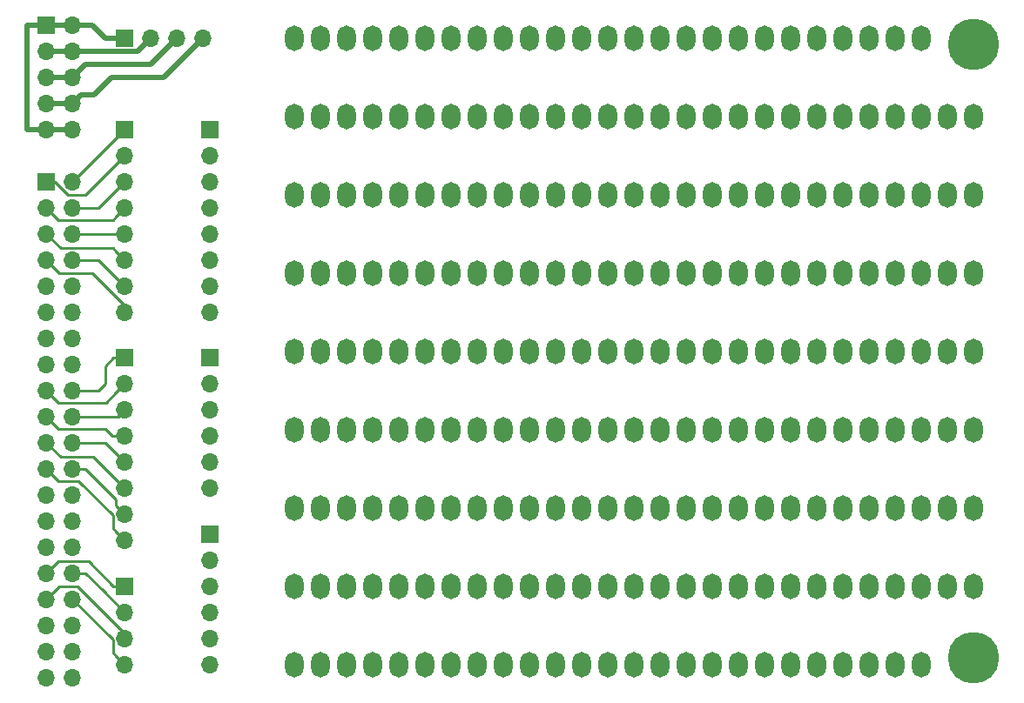
<source format=gbr>
G04 #@! TF.GenerationSoftware,KiCad,Pcbnew,(5.1.4)-1*
G04 #@! TF.CreationDate,2022-01-22T16:02:53+02:00*
G04 #@! TF.ProjectId,Protoboardv2,50726f74-6f62-46f6-9172-6476322e6b69,rev?*
G04 #@! TF.SameCoordinates,Original*
G04 #@! TF.FileFunction,Copper,L2,Bot*
G04 #@! TF.FilePolarity,Positive*
%FSLAX46Y46*%
G04 Gerber Fmt 4.6, Leading zero omitted, Abs format (unit mm)*
G04 Created by KiCad (PCBNEW (5.1.4)-1) date 2022-01-22 16:02:53*
%MOMM*%
%LPD*%
G04 APERTURE LIST*
%ADD10O,1.800000X2.500000*%
%ADD11O,1.700000X1.700000*%
%ADD12R,1.700000X1.700000*%
%ADD13C,5.000000*%
%ADD14C,0.500000*%
%ADD15C,0.250000*%
G04 APERTURE END LIST*
D10*
X103505000Y-76200000D03*
X100965000Y-76200000D03*
X98425000Y-76200000D03*
X103505000Y-83820000D03*
X100965000Y-83820000D03*
X98425000Y-83820000D03*
X103505000Y-91440000D03*
X100965000Y-91440000D03*
X98425000Y-91440000D03*
X103505000Y-99060000D03*
X100965000Y-99060000D03*
X98425000Y-99060000D03*
X103505000Y-106680000D03*
X100965000Y-106680000D03*
X98425000Y-106680000D03*
X100965000Y-137160000D03*
X103505000Y-137160000D03*
X98425000Y-137160000D03*
X100965000Y-129540000D03*
X103505000Y-129540000D03*
X98425000Y-129540000D03*
X103505000Y-121920000D03*
X100965000Y-121920000D03*
X98425000Y-121920000D03*
X98425000Y-114300000D03*
X100965000Y-114300000D03*
X103505000Y-114300000D03*
D11*
X90170000Y-137160000D03*
X90170000Y-134620000D03*
X90170000Y-132080000D03*
X90170000Y-129540000D03*
X90170000Y-127000000D03*
D12*
X90170000Y-124460000D03*
D11*
X81915000Y-137160000D03*
X81915000Y-134620000D03*
X81915000Y-132080000D03*
D12*
X81915000Y-129540000D03*
X74295000Y-90170000D03*
D11*
X76835000Y-90170000D03*
X74295000Y-92710000D03*
X76835000Y-92710000D03*
X74295000Y-95250000D03*
X76835000Y-95250000D03*
X74295000Y-97790000D03*
X76835000Y-97790000D03*
X74295000Y-100330000D03*
X76835000Y-100330000D03*
X74295000Y-102870000D03*
X76835000Y-102870000D03*
X74295000Y-105410000D03*
X76835000Y-105410000D03*
X74295000Y-107950000D03*
X76835000Y-107950000D03*
X74295000Y-110490000D03*
X76835000Y-110490000D03*
X74295000Y-113030000D03*
X76835000Y-113030000D03*
X74295000Y-115570000D03*
X76835000Y-115570000D03*
X74295000Y-118110000D03*
X76835000Y-118110000D03*
X74295000Y-120650000D03*
X76835000Y-120650000D03*
X74295000Y-123190000D03*
X76835000Y-123190000D03*
X74295000Y-125730000D03*
X76835000Y-125730000D03*
X74295000Y-128270000D03*
X76835000Y-128270000D03*
X74295000Y-130810000D03*
X76835000Y-130810000D03*
X74295000Y-133350000D03*
X76835000Y-133350000D03*
X74295000Y-135890000D03*
X76835000Y-135890000D03*
X74295000Y-138430000D03*
X76835000Y-138430000D03*
D12*
X90170000Y-107315000D03*
D11*
X90170000Y-109855000D03*
X90170000Y-112395000D03*
X90170000Y-114935000D03*
X90170000Y-117475000D03*
X90170000Y-120015000D03*
D12*
X81915000Y-85090000D03*
D11*
X81915000Y-87630000D03*
X81915000Y-90170000D03*
X81915000Y-92710000D03*
X81915000Y-95250000D03*
X81915000Y-97790000D03*
X81915000Y-100330000D03*
X81915000Y-102870000D03*
X90170000Y-102870000D03*
X90170000Y-100330000D03*
X90170000Y-97790000D03*
X90170000Y-95250000D03*
X90170000Y-92710000D03*
X90170000Y-90170000D03*
X90170000Y-87630000D03*
D12*
X90170000Y-85090000D03*
X81915000Y-107315000D03*
D11*
X81915000Y-109855000D03*
X81915000Y-112395000D03*
X81915000Y-114935000D03*
X81915000Y-117475000D03*
X81915000Y-120015000D03*
X81915000Y-122555000D03*
X81915000Y-125095000D03*
D12*
X74295000Y-74930000D03*
D11*
X76835000Y-74930000D03*
X74295000Y-77470000D03*
X76835000Y-77470000D03*
X74295000Y-80010000D03*
X76835000Y-80010000D03*
X74295000Y-82550000D03*
X76835000Y-82550000D03*
X74295000Y-85090000D03*
X76835000Y-85090000D03*
D13*
X164465000Y-136525000D03*
D10*
X161925000Y-99060000D03*
D13*
X164465000Y-76835000D03*
D10*
X154305000Y-99060000D03*
X159385000Y-99060000D03*
X156845000Y-99060000D03*
X149225000Y-99060000D03*
X151765000Y-99060000D03*
X121285000Y-99060000D03*
X116205000Y-99060000D03*
X106045000Y-99060000D03*
X164465000Y-99060000D03*
X118745000Y-99060000D03*
X108585000Y-99060000D03*
X113665000Y-99060000D03*
X111125000Y-99060000D03*
X123825000Y-99060000D03*
X126365000Y-99060000D03*
X128905000Y-99060000D03*
X131445000Y-99060000D03*
X133985000Y-99060000D03*
X136525000Y-99060000D03*
X139065000Y-99060000D03*
X141605000Y-99060000D03*
X144145000Y-99060000D03*
X146685000Y-99060000D03*
X106045000Y-106680000D03*
X108585000Y-106680000D03*
X116205000Y-106680000D03*
X118745000Y-106680000D03*
X121285000Y-106680000D03*
X123825000Y-106680000D03*
X126365000Y-106680000D03*
X128905000Y-106680000D03*
X131445000Y-106680000D03*
X133985000Y-106680000D03*
X136525000Y-106680000D03*
X139065000Y-106680000D03*
X141605000Y-106680000D03*
X144145000Y-106680000D03*
X146685000Y-106680000D03*
X149225000Y-106680000D03*
X151765000Y-106680000D03*
X154305000Y-106680000D03*
X156845000Y-106680000D03*
X159385000Y-106680000D03*
X161925000Y-106680000D03*
X164465000Y-106680000D03*
X113665000Y-114300000D03*
X111125000Y-114300000D03*
X164465000Y-114300000D03*
X161925000Y-114300000D03*
X159385000Y-114300000D03*
X156845000Y-114300000D03*
X154305000Y-114300000D03*
X151765000Y-114300000D03*
X149225000Y-114300000D03*
X111125000Y-106680000D03*
X146685000Y-114300000D03*
X141605000Y-114300000D03*
X144145000Y-114300000D03*
X136525000Y-114300000D03*
X139065000Y-114300000D03*
X131445000Y-114300000D03*
X128905000Y-114300000D03*
X126365000Y-114300000D03*
X123825000Y-114300000D03*
X121285000Y-114300000D03*
X108585000Y-114300000D03*
X106045000Y-114300000D03*
X113665000Y-106680000D03*
X116205000Y-114300000D03*
X118745000Y-114300000D03*
X133985000Y-114300000D03*
X154305000Y-76200000D03*
X159385000Y-76200000D03*
X156845000Y-76200000D03*
X149225000Y-76200000D03*
X151765000Y-76200000D03*
X121285000Y-76200000D03*
X116205000Y-76200000D03*
X106045000Y-76200000D03*
X118745000Y-76200000D03*
X108585000Y-76200000D03*
X113665000Y-76200000D03*
X111125000Y-76200000D03*
X123825000Y-76200000D03*
X126365000Y-76200000D03*
X128905000Y-76200000D03*
X131445000Y-76200000D03*
X133985000Y-76200000D03*
X136525000Y-76200000D03*
X139065000Y-76200000D03*
X141605000Y-76200000D03*
X144145000Y-76200000D03*
X146685000Y-76200000D03*
X106045000Y-83820000D03*
X108585000Y-83820000D03*
X116205000Y-83820000D03*
X118745000Y-83820000D03*
X121285000Y-83820000D03*
X123825000Y-83820000D03*
X126365000Y-83820000D03*
X128905000Y-83820000D03*
X131445000Y-83820000D03*
X133985000Y-83820000D03*
X136525000Y-83820000D03*
X139065000Y-83820000D03*
X141605000Y-83820000D03*
X144145000Y-83820000D03*
X146685000Y-83820000D03*
X149225000Y-83820000D03*
X151765000Y-83820000D03*
X154305000Y-83820000D03*
X156845000Y-83820000D03*
X159385000Y-83820000D03*
X161925000Y-83820000D03*
X164465000Y-83820000D03*
X113665000Y-91440000D03*
X111125000Y-91440000D03*
X164465000Y-91440000D03*
X161925000Y-91440000D03*
X159385000Y-91440000D03*
X156845000Y-91440000D03*
X154305000Y-91440000D03*
X151765000Y-91440000D03*
X149225000Y-91440000D03*
X111125000Y-83820000D03*
X146685000Y-91440000D03*
X141605000Y-91440000D03*
X144145000Y-91440000D03*
X136525000Y-91440000D03*
X139065000Y-91440000D03*
X131445000Y-91440000D03*
X128905000Y-91440000D03*
X126365000Y-91440000D03*
X123825000Y-91440000D03*
X121285000Y-91440000D03*
X108585000Y-91440000D03*
X106045000Y-91440000D03*
X113665000Y-83820000D03*
X116205000Y-91440000D03*
X118745000Y-91440000D03*
X133985000Y-91440000D03*
X106045000Y-121920000D03*
X108585000Y-121920000D03*
X116205000Y-121920000D03*
X118745000Y-121920000D03*
X121285000Y-121920000D03*
X123825000Y-121920000D03*
X126365000Y-121920000D03*
X128905000Y-121920000D03*
X131445000Y-121920000D03*
X133985000Y-121920000D03*
X136525000Y-121920000D03*
X139065000Y-121920000D03*
X141605000Y-121920000D03*
X144145000Y-121920000D03*
X146685000Y-121920000D03*
X149225000Y-121920000D03*
X151765000Y-121920000D03*
X154305000Y-121920000D03*
X156845000Y-121920000D03*
X159385000Y-121920000D03*
X161925000Y-121920000D03*
X164465000Y-121920000D03*
X111125000Y-121920000D03*
X113665000Y-121920000D03*
X106045000Y-137160000D03*
X108585000Y-137160000D03*
X116205000Y-137160000D03*
X118745000Y-137160000D03*
X121285000Y-137160000D03*
X123825000Y-137160000D03*
X126365000Y-137160000D03*
X128905000Y-137160000D03*
X131445000Y-137160000D03*
X133985000Y-137160000D03*
X136525000Y-137160000D03*
X139065000Y-137160000D03*
X141605000Y-137160000D03*
X144145000Y-137160000D03*
X146685000Y-137160000D03*
X149225000Y-137160000D03*
X151765000Y-137160000D03*
X154305000Y-137160000D03*
X156845000Y-137160000D03*
X159385000Y-137160000D03*
X111125000Y-137160000D03*
X113665000Y-137160000D03*
X164465000Y-129540000D03*
X161925000Y-129540000D03*
X159385000Y-129540000D03*
X156845000Y-129540000D03*
X154305000Y-129540000D03*
X151765000Y-129540000D03*
X149225000Y-129540000D03*
X146685000Y-129540000D03*
X144145000Y-129540000D03*
X141605000Y-129540000D03*
X139065000Y-129540000D03*
X136525000Y-129540000D03*
X133985000Y-129540000D03*
X131445000Y-129540000D03*
X128905000Y-129540000D03*
X126365000Y-129540000D03*
X123825000Y-129540000D03*
X121285000Y-129540000D03*
X118745000Y-129540000D03*
X116205000Y-129540000D03*
X108585000Y-129540000D03*
X111125000Y-129540000D03*
X106045000Y-129540000D03*
X113665000Y-129540000D03*
D12*
X81915000Y-76200000D03*
D11*
X84455000Y-76200000D03*
X86995000Y-76200000D03*
X89535000Y-76200000D03*
D14*
X81915000Y-76200000D02*
X80010000Y-76200000D01*
X78740000Y-74930000D02*
X76835000Y-74930000D01*
X80010000Y-76200000D02*
X78740000Y-74930000D01*
X76835000Y-74930000D02*
X74295000Y-74930000D01*
X74295000Y-74930000D02*
X72390000Y-74930000D01*
X72390000Y-74930000D02*
X72390000Y-85090000D01*
X72390000Y-85090000D02*
X74295000Y-85090000D01*
X74295000Y-85090000D02*
X76835000Y-85090000D01*
X74295000Y-77470000D02*
X76835000Y-77470000D01*
X83605001Y-77049999D02*
X84455000Y-76200000D01*
X83154999Y-77500001D02*
X83605001Y-77049999D01*
X80704999Y-77500001D02*
X83154999Y-77500001D01*
X80674998Y-77470000D02*
X80704999Y-77500001D01*
X76835000Y-77470000D02*
X80674998Y-77470000D01*
X74295000Y-80010000D02*
X76835000Y-80010000D01*
X76835000Y-80010000D02*
X78105000Y-78740000D01*
X84455000Y-78740000D02*
X86995000Y-76200000D01*
X78105000Y-78740000D02*
X84455000Y-78740000D01*
X74295000Y-82550000D02*
X76835000Y-82550000D01*
X77684999Y-81700001D02*
X78954999Y-81700001D01*
X76835000Y-82550000D02*
X77684999Y-81700001D01*
X78954999Y-81700001D02*
X80645000Y-80010000D01*
X85725000Y-80010000D02*
X89535000Y-76200000D01*
X80645000Y-80010000D02*
X85725000Y-80010000D01*
D15*
X75144999Y-127420001D02*
X74295000Y-128270000D01*
X75470001Y-127094999D02*
X75144999Y-127420001D01*
X78369999Y-127094999D02*
X75470001Y-127094999D01*
X80815000Y-129540000D02*
X78369999Y-127094999D01*
X81915000Y-129540000D02*
X80815000Y-129540000D01*
X81915000Y-132080000D02*
X79825010Y-129990010D01*
X78105000Y-128270000D02*
X79825010Y-129990010D01*
X76835000Y-128270000D02*
X78105000Y-128270000D01*
X75144999Y-129960001D02*
X74295000Y-130810000D01*
X75565000Y-129540000D02*
X75144999Y-129960001D01*
X77304002Y-129540000D02*
X75565000Y-129540000D01*
X81915000Y-134150998D02*
X77304002Y-129540000D01*
X81915000Y-134620000D02*
X81915000Y-134150998D01*
X81065001Y-136310001D02*
X81915000Y-137160000D01*
X80739999Y-135984999D02*
X81065001Y-136310001D01*
X80739999Y-134714999D02*
X80739999Y-135984999D01*
X76835000Y-130810000D02*
X80739999Y-134714999D01*
X81065001Y-88479999D02*
X81915000Y-87630000D01*
X78105000Y-91440000D02*
X81065001Y-88479999D01*
X76365998Y-91440000D02*
X78105000Y-91440000D01*
X75095998Y-90170000D02*
X76365998Y-91440000D01*
X74295000Y-90170000D02*
X75095998Y-90170000D01*
X77684999Y-89320001D02*
X81915000Y-85090000D01*
X76835000Y-90170000D02*
X77684999Y-89320001D01*
X81065001Y-93559999D02*
X81915000Y-92710000D01*
X80739999Y-93885001D02*
X81065001Y-93559999D01*
X75470001Y-93885001D02*
X80739999Y-93885001D01*
X74295000Y-92710000D02*
X75470001Y-93885001D01*
X79375000Y-92710000D02*
X81915000Y-90170000D01*
X76835000Y-92710000D02*
X79375000Y-92710000D01*
X81065001Y-96940001D02*
X81915000Y-97790000D01*
X80739999Y-96614999D02*
X81065001Y-96940001D01*
X75659999Y-96614999D02*
X80739999Y-96614999D01*
X74295000Y-95250000D02*
X75659999Y-96614999D01*
X76835000Y-95250000D02*
X81915000Y-95250000D01*
X81915000Y-102235000D02*
X81915000Y-102870000D01*
X78740000Y-99060000D02*
X81915000Y-102235000D01*
X74295000Y-97790000D02*
X75565000Y-99060000D01*
X75565000Y-99060000D02*
X78740000Y-99060000D01*
X76835000Y-97790000D02*
X79375000Y-97790000D01*
X79375000Y-97790000D02*
X81915000Y-100330000D01*
X81065001Y-110704999D02*
X81915000Y-109855000D01*
X80104999Y-111665001D02*
X81065001Y-110704999D01*
X75470001Y-111665001D02*
X80104999Y-111665001D01*
X74295000Y-110490000D02*
X75470001Y-111665001D01*
X80815000Y-107315000D02*
X81915000Y-107315000D01*
X80010000Y-108120000D02*
X80815000Y-107315000D01*
X80010000Y-109855000D02*
X80010000Y-108120000D01*
X79375000Y-110490000D02*
X80010000Y-109855000D01*
X76835000Y-110490000D02*
X79375000Y-110490000D01*
X80712919Y-114935000D02*
X81915000Y-114935000D01*
X79982920Y-114205001D02*
X80712919Y-114935000D01*
X75470001Y-114205001D02*
X79982920Y-114205001D01*
X74295000Y-113030000D02*
X75470001Y-114205001D01*
X81280000Y-113030000D02*
X81915000Y-112395000D01*
X76835000Y-113030000D02*
X81280000Y-113030000D01*
X81065001Y-119165001D02*
X81915000Y-120015000D01*
X78834999Y-116934999D02*
X81065001Y-119165001D01*
X75659999Y-116934999D02*
X78834999Y-116934999D01*
X74295000Y-115570000D02*
X75659999Y-116934999D01*
X80010000Y-115570000D02*
X81915000Y-117475000D01*
X76835000Y-115570000D02*
X80010000Y-115570000D01*
X81065001Y-124245001D02*
X81915000Y-125095000D01*
X80739999Y-123919999D02*
X81065001Y-124245001D01*
X80739999Y-122651409D02*
X80739999Y-123919999D01*
X77373591Y-119285001D02*
X80739999Y-122651409D01*
X75470001Y-119285001D02*
X77373591Y-119285001D01*
X74295000Y-118110000D02*
X75470001Y-119285001D01*
X76835000Y-118110000D02*
X78105000Y-118110000D01*
X81065001Y-121705001D02*
X81065001Y-121070001D01*
X81915000Y-122555000D02*
X81065001Y-121705001D01*
X81065001Y-121070001D02*
X78105000Y-118110000D01*
M02*

</source>
